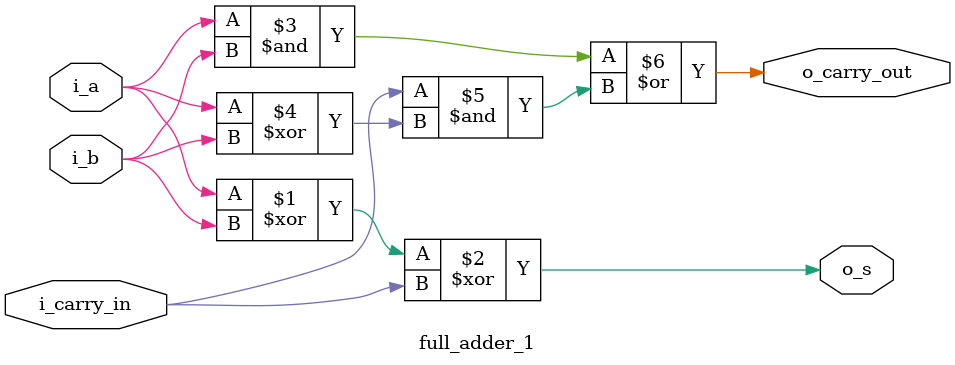
<source format=sv>
/**
 * 1-bit full adder.
 *
 * @param i_a input A.
 * @param i_b input B.
 * @param i_carry_in carry in.
 * @param o_s sum.
 * @param o_carry_out carry out.
 **/
module full_adder_1( input  logic i_a,
                     input  logic i_b,
                     input  logic i_carry_in,
                     output logic o_s,
                     output logic o_carry_out );
  
  assign o_s = i_a ^ i_b ^ i_carry_in;
  assign o_carry_out = i_a & i_b | (i_carry_in & (i_a ^ i_b));
  
endmodule


</source>
